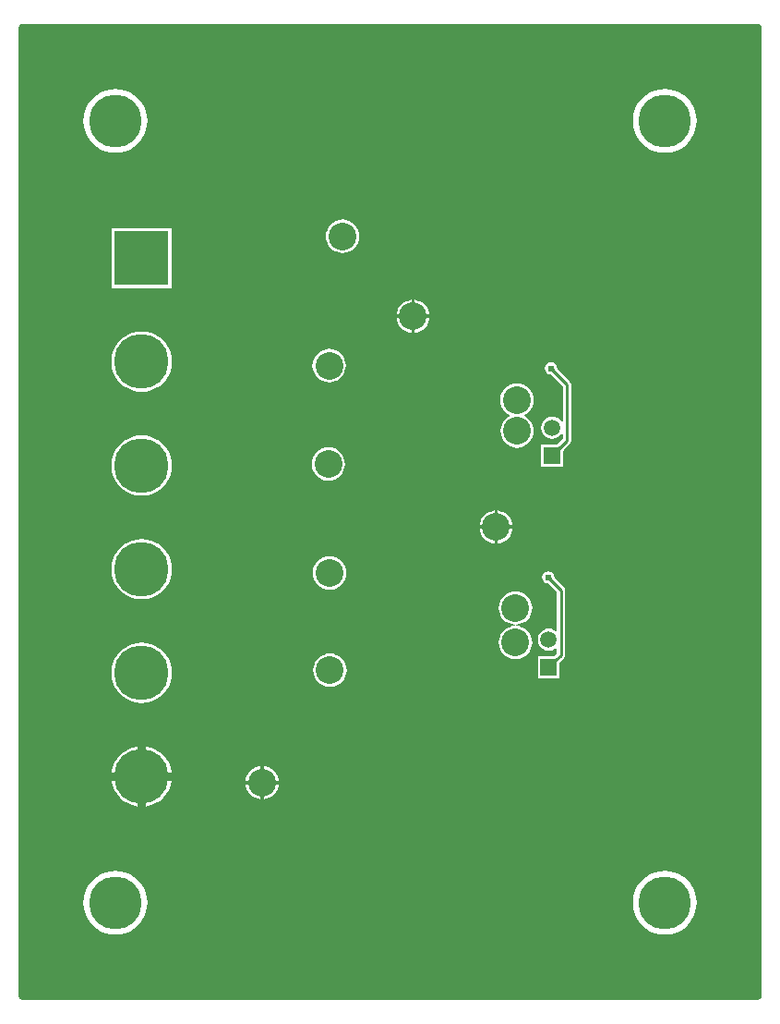
<source format=gbl>
G04*
G04 #@! TF.GenerationSoftware,Altium Limited,Altium Designer,21.0.8 (223)*
G04*
G04 Layer_Physical_Order=2*
G04 Layer_Color=16711680*
%FSLAX25Y25*%
%MOIN*%
G70*
G04*
G04 #@! TF.SameCoordinates,B21DCE84-2690-44BB-8765-99E36CDB2AD5*
G04*
G04*
G04 #@! TF.FilePolarity,Positive*
G04*
G01*
G75*
%ADD13C,0.01000*%
%ADD47C,0.19000*%
%ADD48C,0.10000*%
%ADD49R,0.19685X0.19685*%
%ADD50C,0.19685*%
%ADD51C,0.05906*%
%ADD52R,0.05906X0.05906*%
%ADD53C,0.02400*%
G36*
X269869Y354398D02*
X270122Y354293D01*
X270349Y354141D01*
X270543Y353948D01*
X270695Y353720D01*
X270799Y353468D01*
X270853Y353200D01*
Y353063D01*
Y3937D01*
Y3800D01*
X270799Y3532D01*
X270695Y3280D01*
X270543Y3052D01*
X270349Y2859D01*
X270122Y2707D01*
X269869Y2602D01*
X269601Y2549D01*
X3800D01*
X3532Y2602D01*
X3279Y2707D01*
X3052Y2859D01*
X2859Y3052D01*
X2707Y3280D01*
X2602Y3532D01*
X2549Y3800D01*
Y3937D01*
Y353063D01*
Y353200D01*
X2602Y353468D01*
X2707Y353720D01*
X2859Y353948D01*
X3052Y354141D01*
X3279Y354293D01*
X3532Y354398D01*
X3800Y354451D01*
X269601D01*
X269869Y354398D01*
D02*
G37*
%LPC*%
G36*
X235901Y331036D02*
X234097Y330894D01*
X232337Y330471D01*
X230664Y329778D01*
X229121Y328833D01*
X227745Y327657D01*
X226569Y326280D01*
X225623Y324737D01*
X224931Y323065D01*
X224508Y321305D01*
X224366Y319500D01*
X224508Y317695D01*
X224931Y315935D01*
X225623Y314263D01*
X226569Y312720D01*
X227745Y311343D01*
X229121Y310168D01*
X230664Y309222D01*
X232337Y308529D01*
X234097Y308106D01*
X235901Y307964D01*
X237706Y308106D01*
X239466Y308529D01*
X241139Y309222D01*
X242682Y310168D01*
X244058Y311343D01*
X245234Y312720D01*
X246180Y314263D01*
X246872Y315935D01*
X247295Y317695D01*
X247437Y319500D01*
X247295Y321305D01*
X246872Y323065D01*
X246180Y324737D01*
X245234Y326280D01*
X244058Y327657D01*
X242682Y328833D01*
X241139Y329778D01*
X239466Y330471D01*
X237706Y330894D01*
X235901Y331036D01*
D02*
G37*
G36*
X37500D02*
X35695Y330894D01*
X33935Y330471D01*
X32263Y329778D01*
X30720Y328833D01*
X29343Y327657D01*
X28168Y326280D01*
X27222Y324737D01*
X26529Y323065D01*
X26106Y321305D01*
X25964Y319500D01*
X26106Y317695D01*
X26529Y315935D01*
X27222Y314263D01*
X28168Y312720D01*
X29343Y311343D01*
X30720Y310168D01*
X32263Y309222D01*
X33935Y308529D01*
X35695Y308106D01*
X37500Y307964D01*
X39305Y308106D01*
X41065Y308529D01*
X42737Y309222D01*
X44280Y310168D01*
X45657Y311343D01*
X46832Y312720D01*
X47778Y314263D01*
X48471Y315935D01*
X48893Y317695D01*
X49036Y319500D01*
X48893Y321305D01*
X48471Y323065D01*
X47778Y324737D01*
X46832Y326280D01*
X45657Y327657D01*
X44280Y328833D01*
X42737Y329778D01*
X41065Y330471D01*
X39305Y330894D01*
X37500Y331036D01*
D02*
G37*
G36*
X119579Y283918D02*
X118403Y283802D01*
X117272Y283459D01*
X116230Y282902D01*
X115316Y282152D01*
X114566Y281238D01*
X114009Y280196D01*
X113666Y279065D01*
X113550Y277889D01*
X113666Y276712D01*
X114009Y275581D01*
X114566Y274539D01*
X115316Y273625D01*
X116230Y272876D01*
X117272Y272319D01*
X118403Y271975D01*
X119579Y271860D01*
X120756Y271975D01*
X121887Y272319D01*
X122929Y272876D01*
X123843Y273625D01*
X124592Y274539D01*
X125149Y275581D01*
X125493Y276712D01*
X125608Y277889D01*
X125493Y279065D01*
X125149Y280196D01*
X124592Y281238D01*
X123843Y282152D01*
X122929Y282902D01*
X121887Y283459D01*
X120756Y283802D01*
X119579Y283918D01*
D02*
G37*
G36*
X57842Y280850D02*
X36157D01*
Y259165D01*
X57842D01*
Y280850D01*
D02*
G37*
G36*
X145600Y254970D02*
Y249600D01*
X150970D01*
X150913Y250176D01*
X150570Y251307D01*
X150013Y252350D01*
X149263Y253263D01*
X148349Y254013D01*
X147307Y254570D01*
X146176Y254913D01*
X145600Y254970D01*
D02*
G37*
G36*
X144400D02*
X143824Y254913D01*
X142693Y254570D01*
X141650Y254013D01*
X140737Y253263D01*
X139987Y252350D01*
X139430Y251307D01*
X139087Y250176D01*
X139030Y249600D01*
X144400D01*
Y254970D01*
D02*
G37*
G36*
X150970Y248400D02*
X145600D01*
Y243030D01*
X146176Y243087D01*
X147307Y243430D01*
X148349Y243987D01*
X149263Y244737D01*
X150013Y245651D01*
X150570Y246693D01*
X150913Y247824D01*
X150970Y248400D01*
D02*
G37*
G36*
X144400D02*
X139030D01*
X139087Y247824D01*
X139430Y246693D01*
X139987Y245651D01*
X140737Y244737D01*
X141650Y243987D01*
X142693Y243430D01*
X143824Y243087D01*
X144400Y243030D01*
Y248400D01*
D02*
G37*
G36*
X114700Y237268D02*
X113524Y237152D01*
X112393Y236809D01*
X111350Y236251D01*
X110437Y235502D01*
X109687Y234588D01*
X109130Y233546D01*
X108787Y232415D01*
X108671Y231239D01*
X108787Y230062D01*
X109130Y228931D01*
X109687Y227889D01*
X110437Y226975D01*
X111350Y226226D01*
X112393Y225669D01*
X113524Y225325D01*
X114700Y225210D01*
X115876Y225325D01*
X117007Y225669D01*
X118050Y226226D01*
X118963Y226975D01*
X119713Y227889D01*
X120270Y228931D01*
X120613Y230062D01*
X120729Y231239D01*
X120613Y232415D01*
X120270Y233546D01*
X119713Y234588D01*
X118963Y235502D01*
X118050Y236251D01*
X117007Y236809D01*
X115876Y237152D01*
X114700Y237268D01*
D02*
G37*
G36*
X47000Y243482D02*
X45298Y243349D01*
X43639Y242950D01*
X42062Y242297D01*
X40607Y241405D01*
X39309Y240297D01*
X38201Y238999D01*
X37309Y237544D01*
X36656Y235967D01*
X36258Y234308D01*
X36124Y232606D01*
X36258Y230905D01*
X36656Y229245D01*
X37309Y227669D01*
X38201Y226214D01*
X39309Y224916D01*
X40607Y223807D01*
X42062Y222916D01*
X43639Y222263D01*
X45298Y221864D01*
X47000Y221730D01*
X48701Y221864D01*
X50361Y222263D01*
X51938Y222916D01*
X53393Y223807D01*
X54690Y224916D01*
X55799Y226214D01*
X56691Y227669D01*
X57344Y229245D01*
X57742Y230905D01*
X57876Y232606D01*
X57742Y234308D01*
X57344Y235967D01*
X56691Y237544D01*
X55799Y238999D01*
X54690Y240297D01*
X53393Y241405D01*
X51938Y242297D01*
X50361Y242950D01*
X48701Y243349D01*
X47000Y243482D01*
D02*
G37*
G36*
X194800Y232443D02*
X193941Y232272D01*
X193214Y231786D01*
X192728Y231058D01*
X192557Y230200D01*
X192728Y229342D01*
X193214Y228614D01*
X193941Y228128D01*
X194800Y227957D01*
X194851Y227967D01*
X194861Y227962D01*
X194887Y227945D01*
X194904Y227933D01*
X199035Y223802D01*
Y211117D01*
X198535Y210947D01*
X198019Y211619D01*
X197193Y212253D01*
X196232Y212651D01*
X195200Y212787D01*
X194168Y212651D01*
X193207Y212253D01*
X192381Y211619D01*
X191747Y210793D01*
X191349Y209832D01*
X191213Y208800D01*
X191349Y207768D01*
X191747Y206807D01*
X192381Y205981D01*
X193207Y205347D01*
X194168Y204949D01*
X195200Y204813D01*
X196232Y204949D01*
X197193Y205347D01*
X198019Y205981D01*
X198535Y206653D01*
X199035Y206484D01*
Y204798D01*
X197234Y202997D01*
X197075Y202849D01*
X196955Y202753D01*
X191247D01*
Y194847D01*
X199153D01*
Y200553D01*
X199360Y200797D01*
X201646Y203083D01*
X201977Y203579D01*
X202094Y204165D01*
Y224436D01*
X201977Y225021D01*
X201646Y225517D01*
X197067Y230096D01*
X197055Y230113D01*
X197038Y230139D01*
X197033Y230149D01*
X197043Y230200D01*
X196872Y231058D01*
X196386Y231786D01*
X195658Y232272D01*
X194800Y232443D01*
D02*
G37*
G36*
X182500Y224868D02*
X181324Y224752D01*
X180193Y224409D01*
X179150Y223851D01*
X178237Y223102D01*
X177487Y222188D01*
X176930Y221146D01*
X176587Y220015D01*
X176471Y218839D01*
X176587Y217662D01*
X176930Y216531D01*
X177487Y215489D01*
X178237Y214575D01*
X179150Y213826D01*
X179804Y213476D01*
Y212909D01*
X179250Y212613D01*
X178337Y211863D01*
X177587Y210950D01*
X177030Y209907D01*
X176687Y208776D01*
X176571Y207600D01*
X176687Y206424D01*
X177030Y205293D01*
X177587Y204251D01*
X178337Y203337D01*
X179250Y202587D01*
X180293Y202030D01*
X181424Y201687D01*
X182600Y201571D01*
X183776Y201687D01*
X184907Y202030D01*
X185950Y202587D01*
X186863Y203337D01*
X187613Y204251D01*
X188170Y205293D01*
X188513Y206424D01*
X188629Y207600D01*
X188513Y208776D01*
X188170Y209907D01*
X187613Y210950D01*
X186863Y211863D01*
X185950Y212613D01*
X185295Y212963D01*
Y213529D01*
X185849Y213826D01*
X186763Y214575D01*
X187513Y215489D01*
X188070Y216531D01*
X188413Y217662D01*
X188529Y218839D01*
X188413Y220015D01*
X188070Y221146D01*
X187513Y222188D01*
X186763Y223102D01*
X185849Y223851D01*
X184807Y224409D01*
X183676Y224752D01*
X182500Y224868D01*
D02*
G37*
G36*
X114379Y201718D02*
X113203Y201602D01*
X112072Y201259D01*
X111030Y200701D01*
X110116Y199952D01*
X109366Y199038D01*
X108809Y197996D01*
X108466Y196865D01*
X108350Y195689D01*
X108466Y194512D01*
X108809Y193381D01*
X109366Y192339D01*
X110116Y191425D01*
X111030Y190676D01*
X112072Y190119D01*
X113203Y189775D01*
X114379Y189660D01*
X115556Y189775D01*
X116686Y190119D01*
X117729Y190676D01*
X118642Y191425D01*
X119392Y192339D01*
X119949Y193381D01*
X120292Y194512D01*
X120408Y195689D01*
X120292Y196865D01*
X119949Y197996D01*
X119392Y199038D01*
X118642Y199952D01*
X117729Y200701D01*
X116686Y201259D01*
X115556Y201602D01*
X114379Y201718D01*
D02*
G37*
G36*
X47000Y206081D02*
X45298Y205947D01*
X43639Y205549D01*
X42062Y204895D01*
X40607Y204004D01*
X39309Y202895D01*
X38201Y201597D01*
X37309Y200142D01*
X36656Y198566D01*
X36258Y196906D01*
X36124Y195205D01*
X36258Y193503D01*
X36656Y191844D01*
X37309Y190267D01*
X38201Y188812D01*
X39309Y187514D01*
X40607Y186406D01*
X42062Y185514D01*
X43639Y184861D01*
X45298Y184463D01*
X47000Y184329D01*
X48701Y184463D01*
X50361Y184861D01*
X51938Y185514D01*
X53393Y186406D01*
X54690Y187514D01*
X55799Y188812D01*
X56691Y190267D01*
X57344Y191844D01*
X57742Y193503D01*
X57876Y195205D01*
X57742Y196906D01*
X57344Y198566D01*
X56691Y200142D01*
X55799Y201597D01*
X54690Y202895D01*
X53393Y204004D01*
X51938Y204895D01*
X50361Y205549D01*
X48701Y205947D01*
X47000Y206081D01*
D02*
G37*
G36*
X175600Y178970D02*
Y173600D01*
X180970D01*
X180913Y174176D01*
X180570Y175307D01*
X180013Y176350D01*
X179263Y177263D01*
X178349Y178013D01*
X177307Y178570D01*
X176176Y178913D01*
X175600Y178970D01*
D02*
G37*
G36*
X174400D02*
X173824Y178913D01*
X172693Y178570D01*
X171650Y178013D01*
X170737Y177263D01*
X169987Y176350D01*
X169430Y175307D01*
X169087Y174176D01*
X169030Y173600D01*
X174400D01*
Y178970D01*
D02*
G37*
G36*
X180970Y172400D02*
X175600D01*
Y167030D01*
X176176Y167087D01*
X177307Y167430D01*
X178349Y167987D01*
X179263Y168737D01*
X180013Y169650D01*
X180570Y170693D01*
X180913Y171824D01*
X180970Y172400D01*
D02*
G37*
G36*
X174400D02*
X169030D01*
X169087Y171824D01*
X169430Y170693D01*
X169987Y169650D01*
X170737Y168737D01*
X171650Y167987D01*
X172693Y167430D01*
X173824Y167087D01*
X174400Y167030D01*
Y172400D01*
D02*
G37*
G36*
X114900Y162468D02*
X113724Y162352D01*
X112593Y162009D01*
X111550Y161451D01*
X110637Y160702D01*
X109887Y159788D01*
X109330Y158746D01*
X108987Y157615D01*
X108871Y156439D01*
X108987Y155262D01*
X109330Y154131D01*
X109887Y153089D01*
X110637Y152175D01*
X111550Y151426D01*
X112593Y150868D01*
X113724Y150525D01*
X114900Y150410D01*
X116076Y150525D01*
X117207Y150868D01*
X118249Y151426D01*
X119163Y152175D01*
X119913Y153089D01*
X120470Y154131D01*
X120813Y155262D01*
X120929Y156439D01*
X120813Y157615D01*
X120470Y158746D01*
X119913Y159788D01*
X119163Y160702D01*
X118249Y161451D01*
X117207Y162009D01*
X116076Y162352D01*
X114900Y162468D01*
D02*
G37*
G36*
X47000Y168679D02*
X45298Y168545D01*
X43639Y168147D01*
X42062Y167494D01*
X40607Y166602D01*
X39309Y165494D01*
X38201Y164196D01*
X37309Y162741D01*
X36656Y161164D01*
X36258Y159504D01*
X36124Y157803D01*
X36258Y156102D01*
X36656Y154442D01*
X37309Y152866D01*
X38201Y151410D01*
X39309Y150113D01*
X40607Y149004D01*
X42062Y148112D01*
X43639Y147459D01*
X45298Y147061D01*
X47000Y146927D01*
X48701Y147061D01*
X50361Y147459D01*
X51938Y148112D01*
X53393Y149004D01*
X54690Y150113D01*
X55799Y151410D01*
X56691Y152866D01*
X57344Y154442D01*
X57742Y156102D01*
X57876Y157803D01*
X57742Y159504D01*
X57344Y161164D01*
X56691Y162741D01*
X55799Y164196D01*
X54690Y165494D01*
X53393Y166602D01*
X51938Y167494D01*
X50361Y168147D01*
X48701Y168545D01*
X47000Y168679D01*
D02*
G37*
G36*
X193857Y157083D02*
X192998Y156913D01*
X192271Y156426D01*
X191785Y155699D01*
X191614Y154840D01*
X191785Y153982D01*
X192271Y153254D01*
X192998Y152768D01*
X193857Y152597D01*
X193908Y152607D01*
X193918Y152602D01*
X193944Y152585D01*
X193961Y152573D01*
X196923Y149611D01*
Y135769D01*
X196423Y135523D01*
X195993Y135853D01*
X195032Y136251D01*
X194000Y136387D01*
X192968Y136251D01*
X192007Y135853D01*
X191181Y135219D01*
X190547Y134393D01*
X190149Y133432D01*
X190013Y132400D01*
X190149Y131368D01*
X190547Y130407D01*
X191181Y129581D01*
X192007Y128947D01*
X192968Y128549D01*
X194000Y128413D01*
X195032Y128549D01*
X195993Y128947D01*
X196423Y129277D01*
X196923Y129031D01*
Y127486D01*
X196035Y126597D01*
X195875Y126449D01*
X195755Y126353D01*
X190047D01*
Y118447D01*
X197953D01*
Y124153D01*
X198160Y124397D01*
X199534Y125771D01*
X199866Y126268D01*
X199982Y126853D01*
Y150244D01*
X199866Y150830D01*
X199534Y151326D01*
X196124Y154736D01*
X196112Y154753D01*
X196095Y154779D01*
X196090Y154789D01*
X196100Y154840D01*
X195929Y155699D01*
X195443Y156426D01*
X194715Y156913D01*
X193857Y157083D01*
D02*
G37*
G36*
X182000Y149868D02*
X180824Y149752D01*
X179693Y149409D01*
X178650Y148852D01*
X177737Y148102D01*
X176987Y147188D01*
X176430Y146146D01*
X176087Y145015D01*
X175971Y143839D01*
X176087Y142662D01*
X176430Y141531D01*
X176987Y140489D01*
X177737Y139575D01*
X178650Y138826D01*
X179693Y138268D01*
X180824Y137925D01*
X181693Y137840D01*
Y137337D01*
X180824Y137252D01*
X179693Y136909D01*
X178650Y136352D01*
X177737Y135602D01*
X176987Y134688D01*
X176430Y133646D01*
X176087Y132515D01*
X175971Y131339D01*
X176087Y130162D01*
X176430Y129031D01*
X176987Y127989D01*
X177737Y127075D01*
X178650Y126326D01*
X179693Y125768D01*
X180824Y125425D01*
X182000Y125310D01*
X183176Y125425D01*
X184307Y125768D01*
X185350Y126326D01*
X186263Y127075D01*
X187013Y127989D01*
X187570Y129031D01*
X187913Y130162D01*
X188029Y131339D01*
X187913Y132515D01*
X187570Y133646D01*
X187013Y134688D01*
X186263Y135602D01*
X185350Y136352D01*
X184307Y136909D01*
X183176Y137252D01*
X182307Y137337D01*
Y137840D01*
X183176Y137925D01*
X184307Y138268D01*
X185350Y138826D01*
X186263Y139575D01*
X187013Y140489D01*
X187570Y141531D01*
X187913Y142662D01*
X188029Y143839D01*
X187913Y145015D01*
X187570Y146146D01*
X187013Y147188D01*
X186263Y148102D01*
X185350Y148852D01*
X184307Y149409D01*
X183176Y149752D01*
X182000Y149868D01*
D02*
G37*
G36*
X115000Y127368D02*
X113824Y127252D01*
X112693Y126909D01*
X111650Y126351D01*
X110737Y125602D01*
X109987Y124688D01*
X109430Y123646D01*
X109087Y122515D01*
X108971Y121339D01*
X109087Y120162D01*
X109430Y119031D01*
X109987Y117989D01*
X110737Y117075D01*
X111650Y116326D01*
X112693Y115769D01*
X113824Y115425D01*
X115000Y115310D01*
X116176Y115425D01*
X117307Y115769D01*
X118350Y116326D01*
X119263Y117075D01*
X120013Y117989D01*
X120570Y119031D01*
X120913Y120162D01*
X121029Y121339D01*
X120913Y122515D01*
X120570Y123646D01*
X120013Y124688D01*
X119263Y125602D01*
X118350Y126351D01*
X117307Y126909D01*
X116176Y127252D01*
X115000Y127368D01*
D02*
G37*
G36*
X47000Y131278D02*
X45298Y131144D01*
X43639Y130745D01*
X42062Y130092D01*
X40607Y129200D01*
X39309Y128092D01*
X38201Y126794D01*
X37309Y125339D01*
X36656Y123763D01*
X36258Y122103D01*
X36124Y120402D01*
X36258Y118700D01*
X36656Y117041D01*
X37309Y115464D01*
X38201Y114009D01*
X39309Y112711D01*
X40607Y111603D01*
X42062Y110711D01*
X43639Y110058D01*
X45298Y109659D01*
X47000Y109526D01*
X48701Y109659D01*
X50361Y110058D01*
X51938Y110711D01*
X53393Y111603D01*
X54690Y112711D01*
X55799Y114009D01*
X56691Y115464D01*
X57344Y117041D01*
X57742Y118700D01*
X57876Y120402D01*
X57742Y122103D01*
X57344Y123763D01*
X56691Y125339D01*
X55799Y126794D01*
X54690Y128092D01*
X53393Y129200D01*
X51938Y130092D01*
X50361Y130745D01*
X48701Y131144D01*
X47000Y131278D01*
D02*
G37*
G36*
X48500Y93758D02*
Y84500D01*
X57758D01*
X57742Y84701D01*
X57344Y86361D01*
X56691Y87938D01*
X55799Y89393D01*
X54690Y90690D01*
X53393Y91799D01*
X51938Y92691D01*
X50361Y93344D01*
X48701Y93742D01*
X48500Y93758D01*
D02*
G37*
G36*
X45500D02*
X45298Y93742D01*
X43639Y93344D01*
X42062Y92691D01*
X40607Y91799D01*
X39309Y90690D01*
X38201Y89393D01*
X37309Y87938D01*
X36656Y86361D01*
X36258Y84701D01*
X36242Y84500D01*
X45500D01*
Y93758D01*
D02*
G37*
G36*
X91100Y86809D02*
Y81439D01*
X96470D01*
X96413Y82015D01*
X96070Y83146D01*
X95513Y84188D01*
X94763Y85102D01*
X93849Y85852D01*
X92807Y86409D01*
X91676Y86752D01*
X91100Y86809D01*
D02*
G37*
G36*
X89900D02*
X89324Y86752D01*
X88193Y86409D01*
X87150Y85852D01*
X86237Y85102D01*
X85487Y84188D01*
X84930Y83146D01*
X84587Y82015D01*
X84530Y81439D01*
X89900D01*
Y86809D01*
D02*
G37*
G36*
X96470Y80239D02*
X91100D01*
Y74869D01*
X91676Y74925D01*
X92807Y75269D01*
X93849Y75826D01*
X94763Y76575D01*
X95513Y77489D01*
X96070Y78531D01*
X96413Y79662D01*
X96470Y80239D01*
D02*
G37*
G36*
X89900D02*
X84530D01*
X84587Y79662D01*
X84930Y78531D01*
X85487Y77489D01*
X86237Y76575D01*
X87150Y75826D01*
X88193Y75269D01*
X89324Y74925D01*
X89900Y74869D01*
Y80239D01*
D02*
G37*
G36*
X57758Y81500D02*
X48500D01*
Y72242D01*
X48701Y72258D01*
X50361Y72656D01*
X51938Y73309D01*
X53393Y74201D01*
X54690Y75309D01*
X55799Y76607D01*
X56691Y78062D01*
X57344Y79639D01*
X57742Y81299D01*
X57758Y81500D01*
D02*
G37*
G36*
X45500D02*
X36242D01*
X36258Y81299D01*
X36656Y79639D01*
X37309Y78062D01*
X38201Y76607D01*
X39309Y75309D01*
X40607Y74201D01*
X42062Y73309D01*
X43639Y72656D01*
X45298Y72258D01*
X45500Y72242D01*
Y81500D01*
D02*
G37*
G36*
X235901Y49036D02*
X234097Y48893D01*
X232337Y48471D01*
X230664Y47778D01*
X229121Y46832D01*
X227745Y45657D01*
X226569Y44280D01*
X225623Y42737D01*
X224931Y41065D01*
X224508Y39305D01*
X224366Y37500D01*
X224508Y35695D01*
X224931Y33935D01*
X225623Y32263D01*
X226569Y30720D01*
X227745Y29343D01*
X229121Y28168D01*
X230664Y27222D01*
X232337Y26529D01*
X234097Y26107D01*
X235901Y25964D01*
X237706Y26107D01*
X239466Y26529D01*
X241139Y27222D01*
X242682Y28168D01*
X244058Y29343D01*
X245234Y30720D01*
X246180Y32263D01*
X246872Y33935D01*
X247295Y35695D01*
X247437Y37500D01*
X247295Y39305D01*
X246872Y41065D01*
X246180Y42737D01*
X245234Y44280D01*
X244058Y45657D01*
X242682Y46832D01*
X241139Y47778D01*
X239466Y48471D01*
X237706Y48893D01*
X235901Y49036D01*
D02*
G37*
G36*
X37500D02*
X35695Y48893D01*
X33935Y48471D01*
X32263Y47778D01*
X30720Y46832D01*
X29343Y45657D01*
X28168Y44280D01*
X27222Y42737D01*
X26529Y41065D01*
X26106Y39305D01*
X25964Y37500D01*
X26106Y35695D01*
X26529Y33935D01*
X27222Y32263D01*
X28168Y30720D01*
X29343Y29343D01*
X30720Y28168D01*
X32263Y27222D01*
X33935Y26529D01*
X35695Y26107D01*
X37500Y25964D01*
X39305Y26107D01*
X41065Y26529D01*
X42737Y27222D01*
X44280Y28168D01*
X45657Y29343D01*
X46832Y30720D01*
X47778Y32263D01*
X48471Y33935D01*
X48893Y35695D01*
X49036Y37500D01*
X48893Y39305D01*
X48471Y41065D01*
X47778Y42737D01*
X46832Y44280D01*
X45657Y45657D01*
X44280Y46832D01*
X42737Y47778D01*
X41065Y48471D01*
X39305Y48893D01*
X37500Y49036D01*
D02*
G37*
%LPD*%
G36*
X196003Y230093D02*
X196016Y229999D01*
X196037Y229906D01*
X196067Y229813D01*
X196106Y229721D01*
X196154Y229630D01*
X196211Y229540D01*
X196276Y229450D01*
X196351Y229361D01*
X196434Y229273D01*
X195727Y228566D01*
X195639Y228649D01*
X195550Y228724D01*
X195460Y228789D01*
X195370Y228846D01*
X195279Y228894D01*
X195187Y228933D01*
X195094Y228963D01*
X195001Y228984D01*
X194907Y228997D01*
X194812Y229000D01*
X196000Y230188D01*
X196003Y230093D01*
D02*
G37*
G36*
X198848Y201741D02*
X198649Y201535D01*
X198335Y201166D01*
X198221Y201003D01*
X198135Y200854D01*
X198077Y200720D01*
X198047Y200600D01*
X198046Y200494D01*
X198073Y200403D01*
X198129Y200326D01*
X196727Y201729D01*
X196803Y201673D01*
X196894Y201646D01*
X197000Y201647D01*
X197120Y201677D01*
X197254Y201735D01*
X197402Y201821D01*
X197565Y201935D01*
X197743Y202078D01*
X198141Y202448D01*
X198848Y201741D01*
D02*
G37*
G36*
X195060Y154733D02*
X195073Y154639D01*
X195094Y154546D01*
X195124Y154453D01*
X195163Y154361D01*
X195211Y154270D01*
X195267Y154180D01*
X195333Y154090D01*
X195407Y154001D01*
X195491Y153913D01*
X194784Y153206D01*
X194696Y153289D01*
X194607Y153364D01*
X194517Y153430D01*
X194427Y153486D01*
X194336Y153534D01*
X194244Y153573D01*
X194151Y153603D01*
X194058Y153624D01*
X193964Y153637D01*
X193869Y153640D01*
X195057Y154828D01*
X195060Y154733D01*
D02*
G37*
G36*
X197648Y125341D02*
X197449Y125135D01*
X197135Y124766D01*
X197021Y124602D01*
X196935Y124454D01*
X196877Y124320D01*
X196847Y124200D01*
X196846Y124094D01*
X196873Y124003D01*
X196929Y123926D01*
X195527Y125329D01*
X195603Y125273D01*
X195694Y125246D01*
X195800Y125248D01*
X195920Y125277D01*
X196054Y125335D01*
X196202Y125421D01*
X196365Y125535D01*
X196543Y125678D01*
X196941Y126048D01*
X197648Y125341D01*
D02*
G37*
D13*
X194000Y122400D02*
X198453Y126853D01*
Y150244D01*
X194800Y230200D02*
X200564Y224436D01*
Y204165D02*
Y224436D01*
X195200Y198800D02*
X200564Y204165D01*
X193857Y154840D02*
X198453Y150244D01*
D47*
X235901Y319500D02*
D03*
X37500Y37500D02*
D03*
X235901D02*
D03*
X37500Y319500D02*
D03*
D48*
X145000Y249000D02*
D03*
X182000Y131339D02*
D03*
X115000Y121339D02*
D03*
X182000Y143839D02*
D03*
X114900Y156439D02*
D03*
X175000Y173000D02*
D03*
X90500Y80839D02*
D03*
X119579Y277889D02*
D03*
X182600Y207600D02*
D03*
X114379Y195689D02*
D03*
X182500Y218839D02*
D03*
X114700Y231239D02*
D03*
D49*
X47000Y270008D02*
D03*
D50*
Y232606D02*
D03*
Y195205D02*
D03*
Y157803D02*
D03*
Y120402D02*
D03*
Y83000D02*
D03*
D51*
X194000Y132400D02*
D03*
X195200Y208800D02*
D03*
D52*
X194000Y122400D02*
D03*
X195200Y198800D02*
D03*
D53*
X248904Y240494D02*
D03*
Y225389D02*
D03*
Y193105D02*
D03*
Y208211D02*
D03*
X248104Y132317D02*
D03*
Y117211D02*
D03*
Y149495D02*
D03*
X219800Y225800D02*
D03*
X248104Y164600D02*
D03*
X219200Y149800D02*
D03*
X193857Y154840D02*
D03*
X205600Y203173D02*
D03*
X204000Y127000D02*
D03*
X194800Y230200D02*
D03*
X141200Y224800D02*
D03*
X141400Y150370D02*
D03*
X100570Y265151D02*
D03*
X108579Y285689D02*
D03*
X166400Y222650D02*
D03*
X166800Y202050D02*
D03*
X101325Y224871D02*
D03*
X101000Y232839D02*
D03*
X82100Y195839D02*
D03*
X102500Y157839D02*
D03*
X82300Y203239D02*
D03*
X97700Y214839D02*
D03*
X166400Y128150D02*
D03*
Y148050D02*
D03*
X84000Y129339D02*
D03*
Y121339D02*
D03*
X98500Y140839D02*
D03*
X102500Y152924D02*
D03*
X101000Y271639D02*
D03*
M02*

</source>
